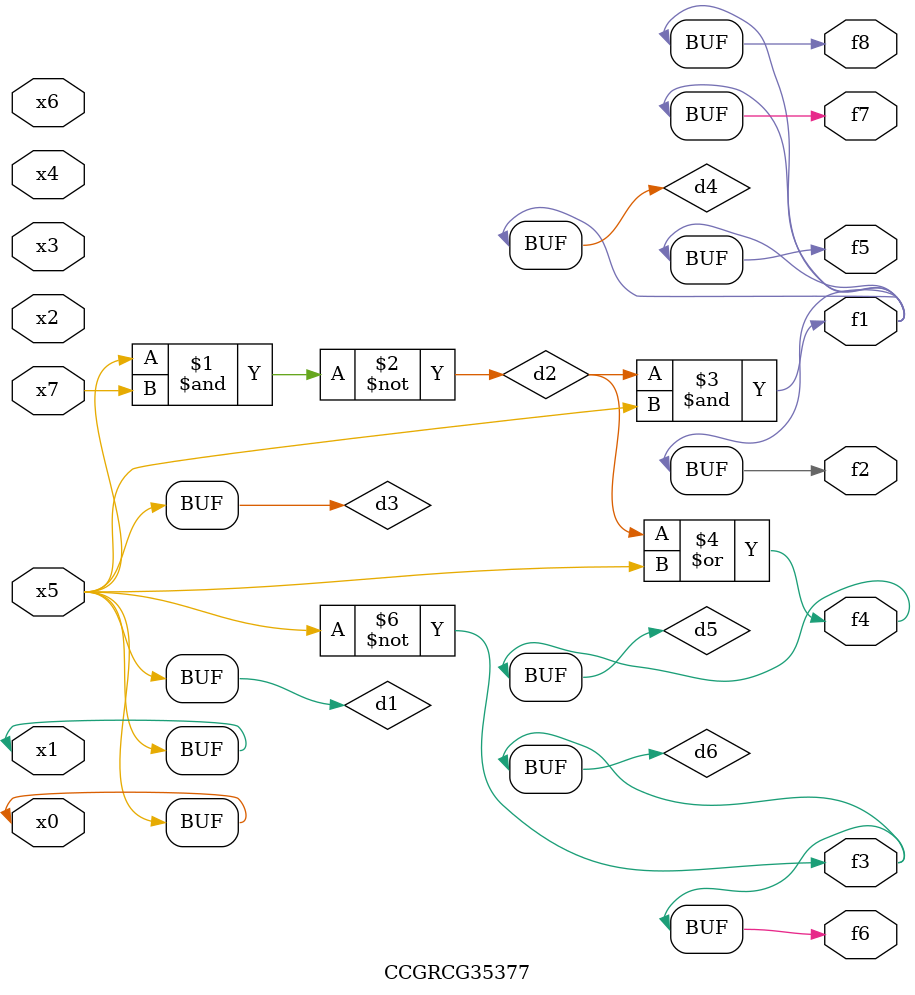
<source format=v>
module CCGRCG35377(
	input x0, x1, x2, x3, x4, x5, x6, x7,
	output f1, f2, f3, f4, f5, f6, f7, f8
);

	wire d1, d2, d3, d4, d5, d6;

	buf (d1, x0, x5);
	nand (d2, x5, x7);
	buf (d3, x0, x1);
	and (d4, d2, d3);
	or (d5, d2, d3);
	nor (d6, d1, d3);
	assign f1 = d4;
	assign f2 = d4;
	assign f3 = d6;
	assign f4 = d5;
	assign f5 = d4;
	assign f6 = d6;
	assign f7 = d4;
	assign f8 = d4;
endmodule

</source>
